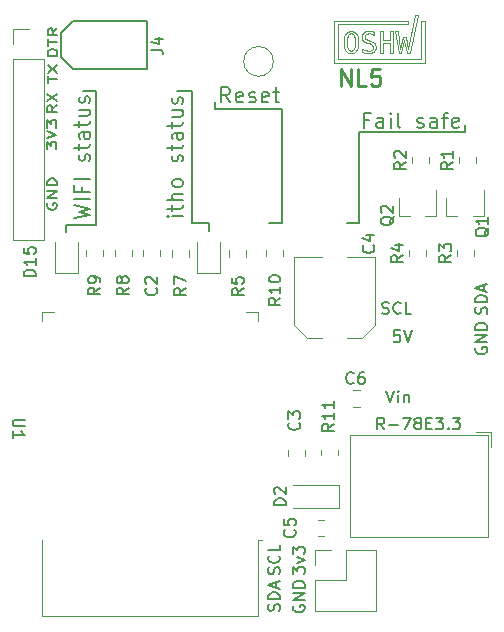
<source format=gto>
G04 #@! TF.GenerationSoftware,KiCad,Pcbnew,(5.1.9-0-10_14)*
G04 #@! TF.CreationDate,2022-01-17T21:12:23+01:00*
G04 #@! TF.ProjectId,ithowifi_4l,6974686f-7769-4666-995f-346c2e6b6963,rev?*
G04 #@! TF.SameCoordinates,Original*
G04 #@! TF.FileFunction,Legend,Top*
G04 #@! TF.FilePolarity,Positive*
%FSLAX46Y46*%
G04 Gerber Fmt 4.6, Leading zero omitted, Abs format (unit mm)*
G04 Created by KiCad (PCBNEW (5.1.9-0-10_14)) date 2022-01-17 21:12:23*
%MOMM*%
%LPD*%
G01*
G04 APERTURE LIST*
%ADD10C,0.125000*%
%ADD11C,0.219726*%
%ADD12C,0.200000*%
%ADD13C,0.150000*%
%ADD14C,0.120000*%
G04 APERTURE END LIST*
D10*
X116768896Y-106703121D02*
X116768896Y-106703121D01*
X117040946Y-108525770D02*
X116768896Y-106703121D01*
X117274296Y-108525770D02*
X117040946Y-108525770D01*
X117520896Y-107442870D02*
X117274296Y-108525770D01*
X117768496Y-108525770D02*
X117520896Y-107442870D01*
X118001795Y-108525770D02*
X117768496Y-108525770D01*
X118690546Y-105348970D02*
X118001795Y-108525770D01*
X118450196Y-105348970D02*
X118690546Y-105348970D01*
X117858846Y-108185070D02*
X118450196Y-105348970D01*
X117648846Y-107203620D02*
X117858846Y-108185070D01*
X117391446Y-107203620D02*
X117648846Y-107203620D01*
X117183946Y-108182620D02*
X117391446Y-107203620D01*
X117009246Y-106703121D02*
X117183946Y-108182620D01*
X116768896Y-106703121D02*
X117009246Y-106703121D01*
X115431795Y-106703121D02*
X115431795Y-106703121D01*
X115431795Y-108525770D02*
X115431795Y-106703121D01*
X115679746Y-108525770D02*
X115431795Y-108525770D01*
X115679746Y-107657720D02*
X115679746Y-108525770D01*
X116354646Y-107657720D02*
X115679746Y-107657720D01*
X116354646Y-108525770D02*
X116354646Y-107657720D01*
X116602596Y-108525770D02*
X116354646Y-108525770D01*
X116602596Y-106703121D02*
X116602596Y-108525770D01*
X116354646Y-106703121D02*
X116602596Y-106703121D01*
X116354646Y-107450220D02*
X116354646Y-106703121D01*
X115679746Y-107450220D02*
X116354646Y-107450220D01*
X115679746Y-106703121D02*
X115679746Y-107450220D01*
X115431795Y-106703121D02*
X115679746Y-106703121D01*
X114996431Y-106765820D02*
X114996431Y-106765520D01*
X114975001Y-106757670D02*
X114996431Y-106765820D01*
X114771546Y-106698820D02*
X114975001Y-106757670D01*
X114752281Y-106695020D02*
X114771546Y-106698820D01*
X114732756Y-106690921D02*
X114752281Y-106695020D01*
X114586541Y-106670570D02*
X114732756Y-106690921D01*
X114531476Y-106670570D02*
X114586541Y-106670570D01*
X114469896Y-106670570D02*
X114531476Y-106670570D01*
X114285976Y-106707220D02*
X114469896Y-106670570D01*
X114121861Y-106793470D02*
X114285976Y-106707220D01*
X114094466Y-106818170D02*
X114121861Y-106793470D01*
X114067066Y-106842570D02*
X114094466Y-106818170D01*
X113971580Y-106989070D02*
X114067066Y-106842570D01*
X113930885Y-107153720D02*
X113971580Y-106989070D01*
X113930885Y-107208770D02*
X113930885Y-107153720D01*
X113930885Y-107252470D02*
X113930885Y-107208770D01*
X113959376Y-107384020D02*
X113930885Y-107252470D01*
X114026376Y-107500670D02*
X113959376Y-107384020D01*
X114045636Y-107520220D02*
X114026376Y-107500670D01*
X114064626Y-107539470D02*
X114045636Y-107520220D01*
X114195101Y-107621370D02*
X114064626Y-107539470D01*
X114371971Y-107683770D02*
X114195101Y-107621370D01*
X114414291Y-107693270D02*
X114371971Y-107683770D01*
X114545851Y-107723920D02*
X114414291Y-107693270D01*
X114575151Y-107730420D02*
X114545851Y-107723920D01*
X114696136Y-107771121D02*
X114575151Y-107730420D01*
X114781851Y-107822670D02*
X114696136Y-107771121D01*
X114793791Y-107834870D02*
X114781851Y-107822670D01*
X114805726Y-107846820D02*
X114793791Y-107834870D01*
X114865681Y-107991370D02*
X114805726Y-107846820D01*
X114865681Y-108043720D02*
X114865681Y-107991370D01*
X114865681Y-108077120D02*
X114865681Y-108043720D01*
X114839636Y-108177220D02*
X114865681Y-108077120D01*
X114779146Y-108264020D02*
X114839636Y-108177220D01*
X114762056Y-108278120D02*
X114779146Y-108264020D01*
X114744691Y-108291970D02*
X114762056Y-108278120D01*
X114637541Y-108340220D02*
X114744691Y-108291970D01*
X114513026Y-108361120D02*
X114637541Y-108340220D01*
X114471526Y-108361120D02*
X114513026Y-108361120D01*
X114413471Y-108361120D02*
X114471526Y-108361120D01*
X114239591Y-108326420D02*
X114413471Y-108361120D01*
X114218706Y-108319620D02*
X114239591Y-108326420D01*
X114197816Y-108312571D02*
X114218706Y-108319620D01*
X113977275Y-108203771D02*
X114197816Y-108312571D01*
X113953951Y-108189120D02*
X113977275Y-108203771D01*
X113953951Y-108451470D02*
X113953951Y-108189120D01*
X113975651Y-108460420D02*
X113953951Y-108451470D01*
X114192116Y-108528770D02*
X113975651Y-108460420D01*
X114213816Y-108533370D02*
X114192116Y-108528770D01*
X114235251Y-108537970D02*
X114213816Y-108533370D01*
X114406966Y-108561320D02*
X114235251Y-108537970D01*
X114471526Y-108561320D02*
X114406966Y-108561320D01*
X114539066Y-108561320D02*
X114471526Y-108561320D01*
X114742521Y-108527121D02*
X114539066Y-108561320D01*
X114913421Y-108447370D02*
X114742521Y-108527121D01*
X114940276Y-108424620D02*
X114913421Y-108447370D01*
X114967131Y-108401820D02*
X114940276Y-108424620D01*
X115060991Y-108256970D02*
X114967131Y-108401820D01*
X115101411Y-108085220D02*
X115060991Y-108256970D01*
X115101411Y-108028020D02*
X115101411Y-108085220D01*
X115101411Y-107978371D02*
X115101411Y-108028020D01*
X115072111Y-107830270D02*
X115101411Y-107978371D01*
X115003751Y-107700070D02*
X115072111Y-107830270D01*
X114984221Y-107678870D02*
X115003751Y-107700070D01*
X114964686Y-107657470D02*
X114984221Y-107678870D01*
X114832041Y-107567670D02*
X114964686Y-107657470D01*
X114653276Y-107500670D02*
X114832041Y-107567670D01*
X114610686Y-107490920D02*
X114653276Y-107500670D01*
X114481291Y-107461620D02*
X114610686Y-107490920D01*
X114450911Y-107454270D02*
X114481291Y-107461620D01*
X114243385Y-107365870D02*
X114450911Y-107454270D01*
X114232271Y-107355270D02*
X114243385Y-107365870D01*
X114221146Y-107344670D02*
X114232271Y-107355270D01*
X114166346Y-107216920D02*
X114221146Y-107344670D01*
X114166346Y-107170820D02*
X114166346Y-107216920D01*
X114166346Y-107139870D02*
X114166346Y-107170820D01*
X114191576Y-107047120D02*
X114166346Y-107139870D01*
X114250716Y-106965720D02*
X114191576Y-107047120D01*
X114267806Y-106952421D02*
X114250716Y-106965720D01*
X114284626Y-106938620D02*
X114267806Y-106952421D01*
X114387431Y-106891120D02*
X114284626Y-106938620D01*
X114514386Y-106870520D02*
X114387431Y-106891120D01*
X114543681Y-106870520D02*
X114514386Y-106870520D01*
X114562671Y-106870520D02*
X114543681Y-106870520D01*
X114752011Y-106900920D02*
X114562671Y-106870520D01*
X114770736Y-106907120D02*
X114752011Y-106900920D01*
X114789451Y-106913120D02*
X114770736Y-106907120D01*
X114977706Y-107003720D02*
X114789451Y-106913120D01*
X114996431Y-107015920D02*
X114977706Y-107003720D01*
X114996431Y-106765520D02*
X114996431Y-107015920D01*
X113619201Y-107616221D02*
X113619201Y-107616221D01*
X113619201Y-107512070D02*
X113619201Y-107616221D01*
X113581225Y-107199570D02*
X113619201Y-107512070D01*
X113493061Y-106943470D02*
X113581225Y-107199570D01*
X113467841Y-106904420D02*
X113493061Y-106943470D01*
X113442611Y-106865370D02*
X113467841Y-106904420D01*
X113277951Y-106728620D02*
X113442611Y-106865370D01*
X113076125Y-106670020D02*
X113277951Y-106728620D01*
X113008851Y-106670020D02*
X113076125Y-106670020D01*
X112941576Y-106670020D02*
X113008851Y-106670020D01*
X112740296Y-106728620D02*
X112941576Y-106670020D01*
X112575096Y-106865370D02*
X112740296Y-106728620D01*
X112549866Y-106904420D02*
X112575096Y-106865370D01*
X112524636Y-106943470D02*
X112549866Y-106904420D01*
X112437021Y-107199570D02*
X112524636Y-106943470D01*
X112399581Y-107512070D02*
X112437021Y-107199570D01*
X112399581Y-107616221D02*
X112399581Y-107512070D01*
X112399581Y-107720370D02*
X112399581Y-107616221D01*
X112437021Y-108033170D02*
X112399581Y-107720370D01*
X112524636Y-108288671D02*
X112437021Y-108033170D01*
X112549866Y-108327770D02*
X112524636Y-108288671D01*
X112574826Y-108366570D02*
X112549866Y-108327770D01*
X112739486Y-108502470D02*
X112574826Y-108366570D01*
X112941306Y-108561070D02*
X112739486Y-108502470D01*
X113008851Y-108561070D02*
X112941306Y-108561070D01*
X113076125Y-108561070D02*
X113008851Y-108561070D01*
X113277951Y-108502470D02*
X113076125Y-108561070D01*
X113442611Y-108365720D02*
X113277951Y-108502470D01*
X113467841Y-108326670D02*
X113442611Y-108365720D01*
X113493061Y-108287620D02*
X113467841Y-108326670D01*
X113581225Y-108031820D02*
X113493061Y-108287620D01*
X113619201Y-107720120D02*
X113581225Y-108031820D01*
X113619201Y-107616221D02*
X113619201Y-107720120D01*
X113361501Y-107616221D02*
X113361501Y-107616221D01*
X113361501Y-107702220D02*
X113361501Y-107616221D01*
X113340611Y-107960470D02*
X113361501Y-107702220D01*
X113292326Y-108161220D02*
X113340611Y-107960470D01*
X113278491Y-108189970D02*
X113292326Y-108161220D01*
X113264656Y-108218420D02*
X113278491Y-108189970D01*
X113169986Y-108317970D02*
X113264656Y-108218420D01*
X113049001Y-108360871D02*
X113169986Y-108317970D01*
X113008851Y-108360871D02*
X113049001Y-108360871D01*
X112968431Y-108360871D02*
X113008851Y-108360871D01*
X112847721Y-108317720D02*
X112968431Y-108360871D01*
X112752775Y-108217070D02*
X112847721Y-108317720D01*
X112738941Y-108188620D02*
X112752775Y-108217070D01*
X112725101Y-108159870D02*
X112738941Y-108188620D01*
X112677631Y-107959370D02*
X112725101Y-108159870D01*
X112657291Y-107701971D02*
X112677631Y-107959370D01*
X112657291Y-107616221D02*
X112657291Y-107701971D01*
X112657291Y-107529970D02*
X112657291Y-107616221D01*
X112677631Y-107271970D02*
X112657291Y-107529970D01*
X112725101Y-107070970D02*
X112677631Y-107271970D01*
X112738941Y-107042470D02*
X112725101Y-107070970D01*
X112752775Y-107013720D02*
X112738941Y-107042470D01*
X112847721Y-106913120D02*
X112752775Y-107013720D01*
X111558386Y-105805820D02*
X111558386Y-109350710D01*
X119243946Y-105805820D02*
X118937946Y-105805820D01*
X119243946Y-109350710D02*
X119243946Y-105805820D01*
X112968431Y-106870221D02*
X112847721Y-106913120D01*
X113008851Y-106870221D02*
X112968431Y-106870221D01*
X113049001Y-106870221D02*
X113008851Y-106870221D01*
X113169986Y-106913120D02*
X113049001Y-106870221D01*
X113264656Y-107013720D02*
X113169986Y-106913120D01*
X113278491Y-107042470D02*
X113264656Y-107013720D01*
X111870886Y-106118320D02*
X117878096Y-106118320D01*
X111870886Y-109038210D02*
X111870886Y-106118320D01*
X111558386Y-109350710D02*
X119243946Y-109350710D01*
X118931446Y-109038210D02*
X111870886Y-109038210D01*
X118937946Y-105805820D02*
X118931446Y-109038210D01*
X117878096Y-105805820D02*
X111558386Y-105805820D01*
X117878096Y-106118320D02*
X117878096Y-105805820D01*
X113292326Y-107070970D02*
X113278491Y-107042470D01*
X113340611Y-107271970D02*
X113292326Y-107070970D01*
X113361501Y-107529970D02*
X113340611Y-107271970D01*
X113361501Y-107616221D02*
X113361501Y-107529970D01*
X111558386Y-105805820D02*
X111558386Y-105805820D01*
D11*
X112172655Y-111312333D02*
X112172655Y-109912333D01*
X112972655Y-111312333D01*
X112972655Y-109912333D01*
X114305988Y-111312333D02*
X113639321Y-111312333D01*
X113639321Y-109912333D01*
X115439321Y-109912333D02*
X114772655Y-109912333D01*
X114705988Y-110579000D01*
X114772655Y-110512333D01*
X114905988Y-110445666D01*
X115239321Y-110445666D01*
X115372655Y-110512333D01*
X115439321Y-110579000D01*
X115505988Y-110712333D01*
X115505988Y-111045666D01*
X115439321Y-111179000D01*
X115372655Y-111245666D01*
X115239321Y-111312333D01*
X114905988Y-111312333D01*
X114772655Y-111245666D01*
X114705988Y-111179000D01*
D12*
X107188000Y-122936000D02*
X107188000Y-113284000D01*
X101473000Y-113284000D02*
X107188000Y-113284000D01*
X101473000Y-113284000D02*
X101473000Y-112649000D01*
X106045000Y-122936000D02*
X107188000Y-122936000D01*
X113665000Y-115252500D02*
X122682000Y-115252500D01*
X122682000Y-115252500D02*
X122682000Y-114617500D01*
X113665000Y-122936000D02*
X113665000Y-115252500D01*
X113665000Y-122936000D02*
X112649000Y-122936000D01*
X100965000Y-123571000D02*
X100965000Y-122936000D01*
X99568000Y-122936000D02*
X100965000Y-122936000D01*
X99568000Y-111760000D02*
X98298000Y-111760000D01*
X99568000Y-111760000D02*
X99568000Y-122936000D01*
X91440000Y-111760000D02*
X91440000Y-123063000D01*
X90360500Y-111760000D02*
X91440000Y-111760000D01*
X88900000Y-123063000D02*
X91440000Y-123063000D01*
X88900000Y-123698000D02*
X88900000Y-123063000D01*
D13*
X86304380Y-127452285D02*
X85304380Y-127452285D01*
X85304380Y-127214190D01*
X85352000Y-127071333D01*
X85447238Y-126976095D01*
X85542476Y-126928476D01*
X85732952Y-126880857D01*
X85875809Y-126880857D01*
X86066285Y-126928476D01*
X86161523Y-126976095D01*
X86256761Y-127071333D01*
X86304380Y-127214190D01*
X86304380Y-127452285D01*
X86304380Y-125928476D02*
X86304380Y-126499904D01*
X86304380Y-126214190D02*
X85304380Y-126214190D01*
X85447238Y-126309428D01*
X85542476Y-126404666D01*
X85590095Y-126499904D01*
X85304380Y-125023714D02*
X85304380Y-125499904D01*
X85780571Y-125547523D01*
X85732952Y-125499904D01*
X85685333Y-125404666D01*
X85685333Y-125166571D01*
X85732952Y-125071333D01*
X85780571Y-125023714D01*
X85875809Y-124976095D01*
X86113904Y-124976095D01*
X86209142Y-125023714D01*
X86256761Y-125071333D01*
X86304380Y-125166571D01*
X86304380Y-125404666D01*
X86256761Y-125499904D01*
X86209142Y-125547523D01*
X117141523Y-132020380D02*
X116665333Y-132020380D01*
X116617714Y-132496571D01*
X116665333Y-132448952D01*
X116760571Y-132401333D01*
X116998666Y-132401333D01*
X117093904Y-132448952D01*
X117141523Y-132496571D01*
X117189142Y-132591809D01*
X117189142Y-132829904D01*
X117141523Y-132925142D01*
X117093904Y-132972761D01*
X116998666Y-133020380D01*
X116760571Y-133020380D01*
X116665333Y-132972761D01*
X116617714Y-132925142D01*
X117474857Y-132020380D02*
X117808190Y-133020380D01*
X118141523Y-132020380D01*
X108084380Y-152658476D02*
X108084380Y-152039428D01*
X108465333Y-152372761D01*
X108465333Y-152229904D01*
X108512952Y-152134666D01*
X108560571Y-152087047D01*
X108655809Y-152039428D01*
X108893904Y-152039428D01*
X108989142Y-152087047D01*
X109036761Y-152134666D01*
X109084380Y-152229904D01*
X109084380Y-152515619D01*
X109036761Y-152610857D01*
X108989142Y-152658476D01*
X108417714Y-151706095D02*
X109084380Y-151468000D01*
X108417714Y-151229904D01*
X108084380Y-150944190D02*
X108084380Y-150325142D01*
X108465333Y-150658476D01*
X108465333Y-150515619D01*
X108512952Y-150420380D01*
X108560571Y-150372761D01*
X108655809Y-150325142D01*
X108893904Y-150325142D01*
X108989142Y-150372761D01*
X109036761Y-150420380D01*
X109084380Y-150515619D01*
X109084380Y-150801333D01*
X109036761Y-150896571D01*
X108989142Y-150944190D01*
X108132000Y-155329904D02*
X108084380Y-155425142D01*
X108084380Y-155568000D01*
X108132000Y-155710857D01*
X108227238Y-155806095D01*
X108322476Y-155853714D01*
X108512952Y-155901333D01*
X108655809Y-155901333D01*
X108846285Y-155853714D01*
X108941523Y-155806095D01*
X109036761Y-155710857D01*
X109084380Y-155568000D01*
X109084380Y-155472761D01*
X109036761Y-155329904D01*
X108989142Y-155282285D01*
X108655809Y-155282285D01*
X108655809Y-155472761D01*
X109084380Y-154853714D02*
X108084380Y-154853714D01*
X109084380Y-154282285D01*
X108084380Y-154282285D01*
X109084380Y-153806095D02*
X108084380Y-153806095D01*
X108084380Y-153568000D01*
X108132000Y-153425142D01*
X108227238Y-153329904D01*
X108322476Y-153282285D01*
X108512952Y-153234666D01*
X108655809Y-153234666D01*
X108846285Y-153282285D01*
X108941523Y-153329904D01*
X109036761Y-153425142D01*
X109084380Y-153568000D01*
X109084380Y-153806095D01*
X106936761Y-155782285D02*
X106984380Y-155639428D01*
X106984380Y-155401333D01*
X106936761Y-155306095D01*
X106889142Y-155258476D01*
X106793904Y-155210857D01*
X106698666Y-155210857D01*
X106603428Y-155258476D01*
X106555809Y-155306095D01*
X106508190Y-155401333D01*
X106460571Y-155591809D01*
X106412952Y-155687047D01*
X106365333Y-155734666D01*
X106270095Y-155782285D01*
X106174857Y-155782285D01*
X106079619Y-155734666D01*
X106032000Y-155687047D01*
X105984380Y-155591809D01*
X105984380Y-155353714D01*
X106032000Y-155210857D01*
X106984380Y-154782285D02*
X105984380Y-154782285D01*
X105984380Y-154544190D01*
X106032000Y-154401333D01*
X106127238Y-154306095D01*
X106222476Y-154258476D01*
X106412952Y-154210857D01*
X106555809Y-154210857D01*
X106746285Y-154258476D01*
X106841523Y-154306095D01*
X106936761Y-154401333D01*
X106984380Y-154544190D01*
X106984380Y-154782285D01*
X106698666Y-153829904D02*
X106698666Y-153353714D01*
X106984380Y-153925142D02*
X105984380Y-153591809D01*
X106984380Y-153258476D01*
X106936761Y-152658476D02*
X106984380Y-152515619D01*
X106984380Y-152277523D01*
X106936761Y-152182285D01*
X106889142Y-152134666D01*
X106793904Y-152087047D01*
X106698666Y-152087047D01*
X106603428Y-152134666D01*
X106555809Y-152182285D01*
X106508190Y-152277523D01*
X106460571Y-152468000D01*
X106412952Y-152563238D01*
X106365333Y-152610857D01*
X106270095Y-152658476D01*
X106174857Y-152658476D01*
X106079619Y-152610857D01*
X106032000Y-152563238D01*
X105984380Y-152468000D01*
X105984380Y-152229904D01*
X106032000Y-152087047D01*
X106889142Y-151087047D02*
X106936761Y-151134666D01*
X106984380Y-151277523D01*
X106984380Y-151372761D01*
X106936761Y-151515619D01*
X106841523Y-151610857D01*
X106746285Y-151658476D01*
X106555809Y-151706095D01*
X106412952Y-151706095D01*
X106222476Y-151658476D01*
X106127238Y-151610857D01*
X106032000Y-151515619D01*
X105984380Y-151372761D01*
X105984380Y-151277523D01*
X106032000Y-151134666D01*
X106079619Y-151087047D01*
X106984380Y-150182285D02*
X106984380Y-150658476D01*
X105984380Y-150658476D01*
X87331600Y-121259504D02*
X87293504Y-121354742D01*
X87293504Y-121497600D01*
X87331600Y-121640457D01*
X87407790Y-121735695D01*
X87483980Y-121783314D01*
X87636361Y-121830933D01*
X87750647Y-121830933D01*
X87903028Y-121783314D01*
X87979219Y-121735695D01*
X88055409Y-121640457D01*
X88093504Y-121497600D01*
X88093504Y-121402361D01*
X88055409Y-121259504D01*
X88017314Y-121211885D01*
X87750647Y-121211885D01*
X87750647Y-121402361D01*
X88093504Y-120783314D02*
X87293504Y-120783314D01*
X88093504Y-120211885D01*
X87293504Y-120211885D01*
X88093504Y-119735695D02*
X87293504Y-119735695D01*
X87293504Y-119497600D01*
X87331600Y-119354742D01*
X87407790Y-119259504D01*
X87483980Y-119211885D01*
X87636361Y-119164266D01*
X87750647Y-119164266D01*
X87903028Y-119211885D01*
X87979219Y-119259504D01*
X88055409Y-119354742D01*
X88093504Y-119497600D01*
X88093504Y-119735695D01*
X87268104Y-116681095D02*
X87268104Y-116062047D01*
X87572866Y-116395380D01*
X87572866Y-116252523D01*
X87610961Y-116157285D01*
X87649057Y-116109666D01*
X87725247Y-116062047D01*
X87915723Y-116062047D01*
X87991914Y-116109666D01*
X88030009Y-116157285D01*
X88068104Y-116252523D01*
X88068104Y-116538238D01*
X88030009Y-116633476D01*
X87991914Y-116681095D01*
X87268104Y-115776333D02*
X88068104Y-115443000D01*
X87268104Y-115109666D01*
X87268104Y-114871571D02*
X87268104Y-114252523D01*
X87572866Y-114585857D01*
X87572866Y-114443000D01*
X87610961Y-114347761D01*
X87649057Y-114300142D01*
X87725247Y-114252523D01*
X87915723Y-114252523D01*
X87991914Y-114300142D01*
X88030009Y-114347761D01*
X88068104Y-114443000D01*
X88068104Y-114728714D01*
X88030009Y-114823952D01*
X87991914Y-114871571D01*
X88093504Y-112968066D02*
X87712552Y-113301400D01*
X88093504Y-113539495D02*
X87293504Y-113539495D01*
X87293504Y-113158542D01*
X87331600Y-113063304D01*
X87369695Y-113015685D01*
X87445885Y-112968066D01*
X87560171Y-112968066D01*
X87636361Y-113015685D01*
X87674457Y-113063304D01*
X87712552Y-113158542D01*
X87712552Y-113539495D01*
X87293504Y-112634733D02*
X88093504Y-111968066D01*
X87293504Y-111968066D02*
X88093504Y-112634733D01*
X87318904Y-111048704D02*
X87318904Y-110477276D01*
X88118904Y-110762990D02*
X87318904Y-110762990D01*
X87318904Y-110239180D02*
X88118904Y-109572514D01*
X87318904Y-109572514D02*
X88118904Y-110239180D01*
X88144304Y-108788057D02*
X87344304Y-108788057D01*
X87344304Y-108549961D01*
X87382400Y-108407104D01*
X87458590Y-108311866D01*
X87534780Y-108264247D01*
X87687161Y-108216628D01*
X87801447Y-108216628D01*
X87953828Y-108264247D01*
X88030019Y-108311866D01*
X88106209Y-108407104D01*
X88144304Y-108549961D01*
X88144304Y-108788057D01*
X87344304Y-107930914D02*
X87344304Y-107359485D01*
X88144304Y-107645200D02*
X87344304Y-107645200D01*
X88144304Y-106454723D02*
X87763352Y-106788057D01*
X88144304Y-107026152D02*
X87344304Y-107026152D01*
X87344304Y-106645200D01*
X87382400Y-106549961D01*
X87420495Y-106502342D01*
X87496685Y-106454723D01*
X87610971Y-106454723D01*
X87687161Y-106502342D01*
X87725257Y-106549961D01*
X87763352Y-106645200D01*
X87763352Y-107026152D01*
X116008190Y-137120380D02*
X116341523Y-138120380D01*
X116674857Y-137120380D01*
X117008190Y-138120380D02*
X117008190Y-137453714D01*
X117008190Y-137120380D02*
X116960571Y-137168000D01*
X117008190Y-137215619D01*
X117055809Y-137168000D01*
X117008190Y-137120380D01*
X117008190Y-137215619D01*
X117484380Y-137453714D02*
X117484380Y-138120380D01*
X117484380Y-137548952D02*
X117532000Y-137501333D01*
X117627238Y-137453714D01*
X117770095Y-137453714D01*
X117865333Y-137501333D01*
X117912952Y-137596571D01*
X117912952Y-138120380D01*
X123579000Y-133476904D02*
X123531380Y-133572142D01*
X123531380Y-133715000D01*
X123579000Y-133857857D01*
X123674238Y-133953095D01*
X123769476Y-134000714D01*
X123959952Y-134048333D01*
X124102809Y-134048333D01*
X124293285Y-134000714D01*
X124388523Y-133953095D01*
X124483761Y-133857857D01*
X124531380Y-133715000D01*
X124531380Y-133619761D01*
X124483761Y-133476904D01*
X124436142Y-133429285D01*
X124102809Y-133429285D01*
X124102809Y-133619761D01*
X124531380Y-133000714D02*
X123531380Y-133000714D01*
X124531380Y-132429285D01*
X123531380Y-132429285D01*
X124531380Y-131953095D02*
X123531380Y-131953095D01*
X123531380Y-131715000D01*
X123579000Y-131572142D01*
X123674238Y-131476904D01*
X123769476Y-131429285D01*
X123959952Y-131381666D01*
X124102809Y-131381666D01*
X124293285Y-131429285D01*
X124388523Y-131476904D01*
X124483761Y-131572142D01*
X124531380Y-131715000D01*
X124531380Y-131953095D01*
X115649523Y-130579761D02*
X115792380Y-130627380D01*
X116030476Y-130627380D01*
X116125714Y-130579761D01*
X116173333Y-130532142D01*
X116220952Y-130436904D01*
X116220952Y-130341666D01*
X116173333Y-130246428D01*
X116125714Y-130198809D01*
X116030476Y-130151190D01*
X115840000Y-130103571D01*
X115744761Y-130055952D01*
X115697142Y-130008333D01*
X115649523Y-129913095D01*
X115649523Y-129817857D01*
X115697142Y-129722619D01*
X115744761Y-129675000D01*
X115840000Y-129627380D01*
X116078095Y-129627380D01*
X116220952Y-129675000D01*
X117220952Y-130532142D02*
X117173333Y-130579761D01*
X117030476Y-130627380D01*
X116935238Y-130627380D01*
X116792380Y-130579761D01*
X116697142Y-130484523D01*
X116649523Y-130389285D01*
X116601904Y-130198809D01*
X116601904Y-130055952D01*
X116649523Y-129865476D01*
X116697142Y-129770238D01*
X116792380Y-129675000D01*
X116935238Y-129627380D01*
X117030476Y-129627380D01*
X117173333Y-129675000D01*
X117220952Y-129722619D01*
X118125714Y-130627380D02*
X117649523Y-130627380D01*
X117649523Y-129627380D01*
X124483761Y-130627285D02*
X124531380Y-130484428D01*
X124531380Y-130246333D01*
X124483761Y-130151095D01*
X124436142Y-130103476D01*
X124340904Y-130055857D01*
X124245666Y-130055857D01*
X124150428Y-130103476D01*
X124102809Y-130151095D01*
X124055190Y-130246333D01*
X124007571Y-130436809D01*
X123959952Y-130532047D01*
X123912333Y-130579666D01*
X123817095Y-130627285D01*
X123721857Y-130627285D01*
X123626619Y-130579666D01*
X123579000Y-130532047D01*
X123531380Y-130436809D01*
X123531380Y-130198714D01*
X123579000Y-130055857D01*
X124531380Y-129627285D02*
X123531380Y-129627285D01*
X123531380Y-129389190D01*
X123579000Y-129246333D01*
X123674238Y-129151095D01*
X123769476Y-129103476D01*
X123959952Y-129055857D01*
X124102809Y-129055857D01*
X124293285Y-129103476D01*
X124388523Y-129151095D01*
X124483761Y-129246333D01*
X124531380Y-129389190D01*
X124531380Y-129627285D01*
X124245666Y-128674904D02*
X124245666Y-128198714D01*
X124531380Y-128770142D02*
X123531380Y-128436809D01*
X124531380Y-128103476D01*
D14*
X106433180Y-109251460D02*
G75*
G03*
X106433180Y-109251460I-1251000J0D01*
G01*
X111906500Y-142604564D02*
X111906500Y-142150436D01*
X110436500Y-142604564D02*
X110436500Y-142150436D01*
X112025500Y-147084000D02*
X108125500Y-147084000D01*
X112025500Y-145084000D02*
X108125500Y-145084000D01*
X112025500Y-147084000D02*
X112025500Y-145084000D01*
X109112500Y-142662252D02*
X109112500Y-142139748D01*
X107642500Y-142662252D02*
X107642500Y-142139748D01*
X113743252Y-137033000D02*
X113220748Y-137033000D01*
X113743252Y-138503000D02*
X113220748Y-138503000D01*
X113977563Y-132640500D02*
X115042000Y-131576063D01*
X109286437Y-132640500D02*
X108222000Y-131576063D01*
X109286437Y-132640500D02*
X110572000Y-132640500D01*
X113977563Y-132640500D02*
X112692000Y-132640500D01*
X115042000Y-131576063D02*
X115042000Y-125820500D01*
X108222000Y-131576063D02*
X108222000Y-125820500D01*
X108222000Y-125820500D02*
X110572000Y-125820500D01*
X115042000Y-125820500D02*
X112692000Y-125820500D01*
X109962000Y-150598000D02*
X111292000Y-150598000D01*
X109962000Y-151928000D02*
X109962000Y-150598000D01*
X112562000Y-150598000D02*
X115162000Y-150598000D01*
X112562000Y-153198000D02*
X112562000Y-150598000D01*
X109962000Y-153198000D02*
X112562000Y-153198000D01*
X115162000Y-150598000D02*
X115162000Y-155798000D01*
X109962000Y-153198000D02*
X109962000Y-155798000D01*
X109962000Y-155798000D02*
X115162000Y-155798000D01*
D13*
X95719000Y-109933400D02*
X95719000Y-105869400D01*
X95719000Y-105869400D02*
X89496000Y-105869400D01*
X89496000Y-105869400D02*
X88480000Y-106885400D01*
X88480000Y-106885400D02*
X88480000Y-108917400D01*
X88480000Y-108917400D02*
X89496000Y-109933400D01*
X89496000Y-109933400D02*
X95719000Y-109933400D01*
D14*
X105097600Y-149805400D02*
X105477600Y-149805400D01*
X105097600Y-156225400D02*
X105097600Y-149805400D01*
X86857600Y-156225400D02*
X86857600Y-149805400D01*
X105097600Y-156225400D02*
X86857600Y-156225400D01*
X86857600Y-130480400D02*
X87857600Y-130480400D01*
X86857600Y-131260400D02*
X86857600Y-130480400D01*
X105097600Y-130480400D02*
X104097600Y-130480400D01*
X105097600Y-131260400D02*
X105097600Y-130480400D01*
X105826000Y-125251422D02*
X105826000Y-125768578D01*
X107246000Y-125251422D02*
X107246000Y-125768578D01*
X89860000Y-127186400D02*
X89860000Y-124501400D01*
X87940000Y-127186400D02*
X89860000Y-127186400D01*
X87940000Y-124501400D02*
X87940000Y-127186400D01*
X90603000Y-125242822D02*
X90603000Y-125759978D01*
X92023000Y-125242822D02*
X92023000Y-125759978D01*
X94436000Y-125759978D02*
X94436000Y-125242822D01*
X93016000Y-125759978D02*
X93016000Y-125242822D01*
X99262000Y-125774078D02*
X99262000Y-125256922D01*
X97842000Y-125774078D02*
X97842000Y-125256922D01*
X84395000Y-106467600D02*
X85725000Y-106467600D01*
X84395000Y-107797600D02*
X84395000Y-106467600D01*
X84395000Y-109067600D02*
X87055000Y-109067600D01*
X87055000Y-109067600D02*
X87055000Y-124367600D01*
X84395000Y-109067600D02*
X84395000Y-124367600D01*
X84395000Y-124367600D02*
X87055000Y-124367600D01*
X110178322Y-149461000D02*
X110695478Y-149461000D01*
X110178322Y-148041000D02*
X110695478Y-148041000D01*
X96849000Y-125759978D02*
X96849000Y-125242822D01*
X95429000Y-125759978D02*
X95429000Y-125242822D01*
X101925000Y-127200500D02*
X101925000Y-124515500D01*
X100005000Y-127200500D02*
X101925000Y-127200500D01*
X100005000Y-124515500D02*
X100005000Y-127200500D01*
X104088000Y-125774078D02*
X104088000Y-125256922D01*
X102668000Y-125774078D02*
X102668000Y-125256922D01*
X117908000Y-125202422D02*
X117908000Y-125719578D01*
X119328000Y-125202422D02*
X119328000Y-125719578D01*
X121972000Y-125202422D02*
X121972000Y-125719578D01*
X123392000Y-125202422D02*
X123392000Y-125719578D01*
X118162000Y-117365822D02*
X118162000Y-117882978D01*
X119582000Y-117365822D02*
X119582000Y-117882978D01*
X123569800Y-117882978D02*
X123569800Y-117365822D01*
X122149800Y-117882978D02*
X122149800Y-117365822D01*
X117078600Y-122299000D02*
X117078600Y-120839000D01*
X120238600Y-122299000D02*
X120238600Y-120139000D01*
X120238600Y-122299000D02*
X119308600Y-122299000D01*
X117078600Y-122299000D02*
X118008600Y-122299000D01*
X121076600Y-122299000D02*
X121076600Y-120839000D01*
X124236600Y-122299000D02*
X124236600Y-120139000D01*
X124236600Y-122299000D02*
X123306600Y-122299000D01*
X121076600Y-122299000D02*
X122006600Y-122299000D01*
X124870600Y-140651200D02*
X123630600Y-140651200D01*
X124870600Y-141891200D02*
X124870600Y-140651200D01*
X112909600Y-149511200D02*
X112909600Y-140891200D01*
X124630600Y-149511200D02*
X124630600Y-140891200D01*
X124630600Y-140891200D02*
X112909600Y-140891200D01*
X124630600Y-149511200D02*
X112909600Y-149511200D01*
D13*
X102784476Y-112729095D02*
X102351142Y-112110047D01*
X102041619Y-112729095D02*
X102041619Y-111429095D01*
X102536857Y-111429095D01*
X102660666Y-111491000D01*
X102722571Y-111552904D01*
X102784476Y-111676714D01*
X102784476Y-111862428D01*
X102722571Y-111986238D01*
X102660666Y-112048142D01*
X102536857Y-112110047D01*
X102041619Y-112110047D01*
X103836857Y-112667190D02*
X103713047Y-112729095D01*
X103465428Y-112729095D01*
X103341619Y-112667190D01*
X103279714Y-112543380D01*
X103279714Y-112048142D01*
X103341619Y-111924333D01*
X103465428Y-111862428D01*
X103713047Y-111862428D01*
X103836857Y-111924333D01*
X103898761Y-112048142D01*
X103898761Y-112171952D01*
X103279714Y-112295761D01*
X104394000Y-112667190D02*
X104517809Y-112729095D01*
X104765428Y-112729095D01*
X104889238Y-112667190D01*
X104951142Y-112543380D01*
X104951142Y-112481476D01*
X104889238Y-112357666D01*
X104765428Y-112295761D01*
X104579714Y-112295761D01*
X104455904Y-112233857D01*
X104394000Y-112110047D01*
X104394000Y-112048142D01*
X104455904Y-111924333D01*
X104579714Y-111862428D01*
X104765428Y-111862428D01*
X104889238Y-111924333D01*
X106003523Y-112667190D02*
X105879714Y-112729095D01*
X105632095Y-112729095D01*
X105508285Y-112667190D01*
X105446380Y-112543380D01*
X105446380Y-112048142D01*
X105508285Y-111924333D01*
X105632095Y-111862428D01*
X105879714Y-111862428D01*
X106003523Y-111924333D01*
X106065428Y-112048142D01*
X106065428Y-112171952D01*
X105446380Y-112295761D01*
X106436857Y-111862428D02*
X106932095Y-111862428D01*
X106622571Y-111429095D02*
X106622571Y-112543380D01*
X106684476Y-112667190D01*
X106808285Y-112729095D01*
X106932095Y-112729095D01*
X114519523Y-114207142D02*
X114086190Y-114207142D01*
X114086190Y-114888095D02*
X114086190Y-113588095D01*
X114705238Y-113588095D01*
X115757619Y-114888095D02*
X115757619Y-114207142D01*
X115695714Y-114083333D01*
X115571904Y-114021428D01*
X115324285Y-114021428D01*
X115200476Y-114083333D01*
X115757619Y-114826190D02*
X115633809Y-114888095D01*
X115324285Y-114888095D01*
X115200476Y-114826190D01*
X115138571Y-114702380D01*
X115138571Y-114578571D01*
X115200476Y-114454761D01*
X115324285Y-114392857D01*
X115633809Y-114392857D01*
X115757619Y-114330952D01*
X116376666Y-114888095D02*
X116376666Y-114021428D01*
X116376666Y-113588095D02*
X116314761Y-113650000D01*
X116376666Y-113711904D01*
X116438571Y-113650000D01*
X116376666Y-113588095D01*
X116376666Y-113711904D01*
X117181428Y-114888095D02*
X117057619Y-114826190D01*
X116995714Y-114702380D01*
X116995714Y-113588095D01*
X118605238Y-114826190D02*
X118729047Y-114888095D01*
X118976666Y-114888095D01*
X119100476Y-114826190D01*
X119162380Y-114702380D01*
X119162380Y-114640476D01*
X119100476Y-114516666D01*
X118976666Y-114454761D01*
X118790952Y-114454761D01*
X118667142Y-114392857D01*
X118605238Y-114269047D01*
X118605238Y-114207142D01*
X118667142Y-114083333D01*
X118790952Y-114021428D01*
X118976666Y-114021428D01*
X119100476Y-114083333D01*
X120276666Y-114888095D02*
X120276666Y-114207142D01*
X120214761Y-114083333D01*
X120090952Y-114021428D01*
X119843333Y-114021428D01*
X119719523Y-114083333D01*
X120276666Y-114826190D02*
X120152857Y-114888095D01*
X119843333Y-114888095D01*
X119719523Y-114826190D01*
X119657619Y-114702380D01*
X119657619Y-114578571D01*
X119719523Y-114454761D01*
X119843333Y-114392857D01*
X120152857Y-114392857D01*
X120276666Y-114330952D01*
X120710000Y-114021428D02*
X121205238Y-114021428D01*
X120895714Y-114888095D02*
X120895714Y-113773809D01*
X120957619Y-113650000D01*
X121081428Y-113588095D01*
X121205238Y-113588095D01*
X122133809Y-114826190D02*
X122010000Y-114888095D01*
X121762380Y-114888095D01*
X121638571Y-114826190D01*
X121576666Y-114702380D01*
X121576666Y-114207142D01*
X121638571Y-114083333D01*
X121762380Y-114021428D01*
X122010000Y-114021428D01*
X122133809Y-114083333D01*
X122195714Y-114207142D01*
X122195714Y-114330952D01*
X121576666Y-114454761D01*
X111560380Y-139932357D02*
X111084190Y-140265690D01*
X111560380Y-140503785D02*
X110560380Y-140503785D01*
X110560380Y-140122833D01*
X110608000Y-140027595D01*
X110655619Y-139979976D01*
X110750857Y-139932357D01*
X110893714Y-139932357D01*
X110988952Y-139979976D01*
X111036571Y-140027595D01*
X111084190Y-140122833D01*
X111084190Y-140503785D01*
X111560380Y-138979976D02*
X111560380Y-139551404D01*
X111560380Y-139265690D02*
X110560380Y-139265690D01*
X110703238Y-139360928D01*
X110798476Y-139456166D01*
X110846095Y-139551404D01*
X111560380Y-138027595D02*
X111560380Y-138599023D01*
X111560380Y-138313309D02*
X110560380Y-138313309D01*
X110703238Y-138408547D01*
X110798476Y-138503785D01*
X110846095Y-138599023D01*
X107496380Y-146822095D02*
X106496380Y-146822095D01*
X106496380Y-146584000D01*
X106544000Y-146441142D01*
X106639238Y-146345904D01*
X106734476Y-146298285D01*
X106924952Y-146250666D01*
X107067809Y-146250666D01*
X107258285Y-146298285D01*
X107353523Y-146345904D01*
X107448761Y-146441142D01*
X107496380Y-146584000D01*
X107496380Y-146822095D01*
X106591619Y-145869714D02*
X106544000Y-145822095D01*
X106496380Y-145726857D01*
X106496380Y-145488761D01*
X106544000Y-145393523D01*
X106591619Y-145345904D01*
X106686857Y-145298285D01*
X106782095Y-145298285D01*
X106924952Y-145345904D01*
X107496380Y-145917333D01*
X107496380Y-145298285D01*
X108607642Y-139837166D02*
X108655261Y-139884785D01*
X108702880Y-140027642D01*
X108702880Y-140122880D01*
X108655261Y-140265738D01*
X108560023Y-140360976D01*
X108464785Y-140408595D01*
X108274309Y-140456214D01*
X108131452Y-140456214D01*
X107940976Y-140408595D01*
X107845738Y-140360976D01*
X107750500Y-140265738D01*
X107702880Y-140122880D01*
X107702880Y-140027642D01*
X107750500Y-139884785D01*
X107798119Y-139837166D01*
X107702880Y-139503833D02*
X107702880Y-138884785D01*
X108083833Y-139218119D01*
X108083833Y-139075261D01*
X108131452Y-138980023D01*
X108179071Y-138932404D01*
X108274309Y-138884785D01*
X108512404Y-138884785D01*
X108607642Y-138932404D01*
X108655261Y-138980023D01*
X108702880Y-139075261D01*
X108702880Y-139360976D01*
X108655261Y-139456214D01*
X108607642Y-139503833D01*
X113227333Y-136471642D02*
X113179714Y-136519261D01*
X113036857Y-136566880D01*
X112941619Y-136566880D01*
X112798761Y-136519261D01*
X112703523Y-136424023D01*
X112655904Y-136328785D01*
X112608285Y-136138309D01*
X112608285Y-135995452D01*
X112655904Y-135804976D01*
X112703523Y-135709738D01*
X112798761Y-135614500D01*
X112941619Y-135566880D01*
X113036857Y-135566880D01*
X113179714Y-135614500D01*
X113227333Y-135662119D01*
X114084476Y-135566880D02*
X113894000Y-135566880D01*
X113798761Y-135614500D01*
X113751142Y-135662119D01*
X113655904Y-135804976D01*
X113608285Y-135995452D01*
X113608285Y-136376404D01*
X113655904Y-136471642D01*
X113703523Y-136519261D01*
X113798761Y-136566880D01*
X113989238Y-136566880D01*
X114084476Y-136519261D01*
X114132095Y-136471642D01*
X114179714Y-136376404D01*
X114179714Y-136138309D01*
X114132095Y-136043071D01*
X114084476Y-135995452D01*
X113989238Y-135947833D01*
X113798761Y-135947833D01*
X113703523Y-135995452D01*
X113655904Y-136043071D01*
X113608285Y-136138309D01*
X114889142Y-124834666D02*
X114936761Y-124882285D01*
X114984380Y-125025142D01*
X114984380Y-125120380D01*
X114936761Y-125263238D01*
X114841523Y-125358476D01*
X114746285Y-125406095D01*
X114555809Y-125453714D01*
X114412952Y-125453714D01*
X114222476Y-125406095D01*
X114127238Y-125358476D01*
X114032000Y-125263238D01*
X113984380Y-125120380D01*
X113984380Y-125025142D01*
X114032000Y-124882285D01*
X114079619Y-124834666D01*
X114317714Y-123977523D02*
X114984380Y-123977523D01*
X113936761Y-124215619D02*
X114651047Y-124453714D01*
X114651047Y-123834666D01*
X96084380Y-108247433D02*
X96798666Y-108247433D01*
X96941523Y-108295052D01*
X97036761Y-108390290D01*
X97084380Y-108533147D01*
X97084380Y-108628385D01*
X96417714Y-107342671D02*
X97084380Y-107342671D01*
X96036761Y-107580766D02*
X96751047Y-107818861D01*
X96751047Y-107199814D01*
X85383619Y-139573095D02*
X84574095Y-139573095D01*
X84478857Y-139620714D01*
X84431238Y-139668333D01*
X84383619Y-139763571D01*
X84383619Y-139954047D01*
X84431238Y-140049285D01*
X84478857Y-140096904D01*
X84574095Y-140144523D01*
X85383619Y-140144523D01*
X84383619Y-141144523D02*
X84383619Y-140573095D01*
X84383619Y-140858809D02*
X85383619Y-140858809D01*
X85240761Y-140763571D01*
X85145523Y-140668333D01*
X85097904Y-140573095D01*
X107039180Y-129277057D02*
X106562990Y-129610390D01*
X107039180Y-129848485D02*
X106039180Y-129848485D01*
X106039180Y-129467533D01*
X106086800Y-129372295D01*
X106134419Y-129324676D01*
X106229657Y-129277057D01*
X106372514Y-129277057D01*
X106467752Y-129324676D01*
X106515371Y-129372295D01*
X106562990Y-129467533D01*
X106562990Y-129848485D01*
X107039180Y-128324676D02*
X107039180Y-128896104D01*
X107039180Y-128610390D02*
X106039180Y-128610390D01*
X106182038Y-128705628D01*
X106277276Y-128800866D01*
X106324895Y-128896104D01*
X106039180Y-127705628D02*
X106039180Y-127610390D01*
X106086800Y-127515152D01*
X106134419Y-127467533D01*
X106229657Y-127419914D01*
X106420133Y-127372295D01*
X106658228Y-127372295D01*
X106848704Y-127419914D01*
X106943942Y-127467533D01*
X106991561Y-127515152D01*
X107039180Y-127610390D01*
X107039180Y-127705628D01*
X106991561Y-127800866D01*
X106943942Y-127848485D01*
X106848704Y-127896104D01*
X106658228Y-127943723D01*
X106420133Y-127943723D01*
X106229657Y-127896104D01*
X106134419Y-127848485D01*
X106086800Y-127800866D01*
X106039180Y-127705628D01*
X89585095Y-122548000D02*
X90885095Y-122238476D01*
X89956523Y-121990857D01*
X90885095Y-121743238D01*
X89585095Y-121433714D01*
X90885095Y-120938476D02*
X89585095Y-120938476D01*
X90204142Y-119886095D02*
X90204142Y-120319428D01*
X90885095Y-120319428D02*
X89585095Y-120319428D01*
X89585095Y-119700380D01*
X90885095Y-119205142D02*
X89585095Y-119205142D01*
X90823190Y-117657523D02*
X90885095Y-117533714D01*
X90885095Y-117286095D01*
X90823190Y-117162285D01*
X90699380Y-117100380D01*
X90637476Y-117100380D01*
X90513666Y-117162285D01*
X90451761Y-117286095D01*
X90451761Y-117471809D01*
X90389857Y-117595619D01*
X90266047Y-117657523D01*
X90204142Y-117657523D01*
X90080333Y-117595619D01*
X90018428Y-117471809D01*
X90018428Y-117286095D01*
X90080333Y-117162285D01*
X90018428Y-116728952D02*
X90018428Y-116233714D01*
X89585095Y-116543238D02*
X90699380Y-116543238D01*
X90823190Y-116481333D01*
X90885095Y-116357523D01*
X90885095Y-116233714D01*
X90885095Y-115243238D02*
X90204142Y-115243238D01*
X90080333Y-115305142D01*
X90018428Y-115428952D01*
X90018428Y-115676571D01*
X90080333Y-115800380D01*
X90823190Y-115243238D02*
X90885095Y-115367047D01*
X90885095Y-115676571D01*
X90823190Y-115800380D01*
X90699380Y-115862285D01*
X90575571Y-115862285D01*
X90451761Y-115800380D01*
X90389857Y-115676571D01*
X90389857Y-115367047D01*
X90327952Y-115243238D01*
X90018428Y-114809904D02*
X90018428Y-114314666D01*
X89585095Y-114624190D02*
X90699380Y-114624190D01*
X90823190Y-114562285D01*
X90885095Y-114438476D01*
X90885095Y-114314666D01*
X90018428Y-113324190D02*
X90885095Y-113324190D01*
X90018428Y-113881333D02*
X90699380Y-113881333D01*
X90823190Y-113819428D01*
X90885095Y-113695619D01*
X90885095Y-113509904D01*
X90823190Y-113386095D01*
X90761285Y-113324190D01*
X90823190Y-112767047D02*
X90885095Y-112643238D01*
X90885095Y-112395619D01*
X90823190Y-112271809D01*
X90699380Y-112209904D01*
X90637476Y-112209904D01*
X90513666Y-112271809D01*
X90451761Y-112395619D01*
X90451761Y-112581333D01*
X90389857Y-112705142D01*
X90266047Y-112767047D01*
X90204142Y-112767047D01*
X90080333Y-112705142D01*
X90018428Y-112581333D01*
X90018428Y-112395619D01*
X90080333Y-112271809D01*
X91765380Y-128413566D02*
X91289190Y-128746900D01*
X91765380Y-128984995D02*
X90765380Y-128984995D01*
X90765380Y-128604042D01*
X90813000Y-128508804D01*
X90860619Y-128461185D01*
X90955857Y-128413566D01*
X91098714Y-128413566D01*
X91193952Y-128461185D01*
X91241571Y-128508804D01*
X91289190Y-128604042D01*
X91289190Y-128984995D01*
X91765380Y-127937376D02*
X91765380Y-127746900D01*
X91717761Y-127651661D01*
X91670142Y-127604042D01*
X91527285Y-127508804D01*
X91336809Y-127461185D01*
X90955857Y-127461185D01*
X90860619Y-127508804D01*
X90813000Y-127556423D01*
X90765380Y-127651661D01*
X90765380Y-127842138D01*
X90813000Y-127937376D01*
X90860619Y-127984995D01*
X90955857Y-128032614D01*
X91193952Y-128032614D01*
X91289190Y-127984995D01*
X91336809Y-127937376D01*
X91384428Y-127842138D01*
X91384428Y-127651661D01*
X91336809Y-127556423D01*
X91289190Y-127508804D01*
X91193952Y-127461185D01*
X94178380Y-128413566D02*
X93702190Y-128746900D01*
X94178380Y-128984995D02*
X93178380Y-128984995D01*
X93178380Y-128604042D01*
X93226000Y-128508804D01*
X93273619Y-128461185D01*
X93368857Y-128413566D01*
X93511714Y-128413566D01*
X93606952Y-128461185D01*
X93654571Y-128508804D01*
X93702190Y-128604042D01*
X93702190Y-128984995D01*
X93606952Y-127842138D02*
X93559333Y-127937376D01*
X93511714Y-127984995D01*
X93416476Y-128032614D01*
X93368857Y-128032614D01*
X93273619Y-127984995D01*
X93226000Y-127937376D01*
X93178380Y-127842138D01*
X93178380Y-127651661D01*
X93226000Y-127556423D01*
X93273619Y-127508804D01*
X93368857Y-127461185D01*
X93416476Y-127461185D01*
X93511714Y-127508804D01*
X93559333Y-127556423D01*
X93606952Y-127651661D01*
X93606952Y-127842138D01*
X93654571Y-127937376D01*
X93702190Y-127984995D01*
X93797428Y-128032614D01*
X93987904Y-128032614D01*
X94083142Y-127984995D01*
X94130761Y-127937376D01*
X94178380Y-127842138D01*
X94178380Y-127651661D01*
X94130761Y-127556423D01*
X94083142Y-127508804D01*
X93987904Y-127461185D01*
X93797428Y-127461185D01*
X93702190Y-127508804D01*
X93654571Y-127556423D01*
X93606952Y-127651661D01*
X99004380Y-128436666D02*
X98528190Y-128770000D01*
X99004380Y-129008095D02*
X98004380Y-129008095D01*
X98004380Y-128627142D01*
X98052000Y-128531904D01*
X98099619Y-128484285D01*
X98194857Y-128436666D01*
X98337714Y-128436666D01*
X98432952Y-128484285D01*
X98480571Y-128531904D01*
X98528190Y-128627142D01*
X98528190Y-129008095D01*
X98004380Y-128103333D02*
X98004380Y-127436666D01*
X99004380Y-127865238D01*
X108226642Y-148917666D02*
X108274261Y-148965285D01*
X108321880Y-149108142D01*
X108321880Y-149203380D01*
X108274261Y-149346238D01*
X108179023Y-149441476D01*
X108083785Y-149489095D01*
X107893309Y-149536714D01*
X107750452Y-149536714D01*
X107559976Y-149489095D01*
X107464738Y-149441476D01*
X107369500Y-149346238D01*
X107321880Y-149203380D01*
X107321880Y-149108142D01*
X107369500Y-148965285D01*
X107417119Y-148917666D01*
X107321880Y-148012904D02*
X107321880Y-148489095D01*
X107798071Y-148536714D01*
X107750452Y-148489095D01*
X107702833Y-148393857D01*
X107702833Y-148155761D01*
X107750452Y-148060523D01*
X107798071Y-148012904D01*
X107893309Y-147965285D01*
X108131404Y-147965285D01*
X108226642Y-148012904D01*
X108274261Y-148060523D01*
X108321880Y-148155761D01*
X108321880Y-148393857D01*
X108274261Y-148489095D01*
X108226642Y-148536714D01*
X96496142Y-128436666D02*
X96543761Y-128484285D01*
X96591380Y-128627142D01*
X96591380Y-128722380D01*
X96543761Y-128865238D01*
X96448523Y-128960476D01*
X96353285Y-129008095D01*
X96162809Y-129055714D01*
X96019952Y-129055714D01*
X95829476Y-129008095D01*
X95734238Y-128960476D01*
X95639000Y-128865238D01*
X95591380Y-128722380D01*
X95591380Y-128627142D01*
X95639000Y-128484285D01*
X95686619Y-128436666D01*
X95686619Y-128055714D02*
X95639000Y-128008095D01*
X95591380Y-127912857D01*
X95591380Y-127674761D01*
X95639000Y-127579523D01*
X95686619Y-127531904D01*
X95781857Y-127484285D01*
X95877095Y-127484285D01*
X96019952Y-127531904D01*
X96591380Y-128103333D01*
X96591380Y-127484285D01*
X98759095Y-122362285D02*
X97892428Y-122362285D01*
X97459095Y-122362285D02*
X97521000Y-122424190D01*
X97582904Y-122362285D01*
X97521000Y-122300380D01*
X97459095Y-122362285D01*
X97582904Y-122362285D01*
X97892428Y-121928952D02*
X97892428Y-121433714D01*
X97459095Y-121743238D02*
X98573380Y-121743238D01*
X98697190Y-121681333D01*
X98759095Y-121557523D01*
X98759095Y-121433714D01*
X98759095Y-121000380D02*
X97459095Y-121000380D01*
X98759095Y-120443238D02*
X98078142Y-120443238D01*
X97954333Y-120505142D01*
X97892428Y-120628952D01*
X97892428Y-120814666D01*
X97954333Y-120938476D01*
X98016238Y-121000380D01*
X98759095Y-119638476D02*
X98697190Y-119762285D01*
X98635285Y-119824190D01*
X98511476Y-119886095D01*
X98140047Y-119886095D01*
X98016238Y-119824190D01*
X97954333Y-119762285D01*
X97892428Y-119638476D01*
X97892428Y-119452761D01*
X97954333Y-119328952D01*
X98016238Y-119267047D01*
X98140047Y-119205142D01*
X98511476Y-119205142D01*
X98635285Y-119267047D01*
X98697190Y-119328952D01*
X98759095Y-119452761D01*
X98759095Y-119638476D01*
X98697190Y-117719428D02*
X98759095Y-117595619D01*
X98759095Y-117348000D01*
X98697190Y-117224190D01*
X98573380Y-117162285D01*
X98511476Y-117162285D01*
X98387666Y-117224190D01*
X98325761Y-117348000D01*
X98325761Y-117533714D01*
X98263857Y-117657523D01*
X98140047Y-117719428D01*
X98078142Y-117719428D01*
X97954333Y-117657523D01*
X97892428Y-117533714D01*
X97892428Y-117348000D01*
X97954333Y-117224190D01*
X97892428Y-116790857D02*
X97892428Y-116295619D01*
X97459095Y-116605142D02*
X98573380Y-116605142D01*
X98697190Y-116543238D01*
X98759095Y-116419428D01*
X98759095Y-116295619D01*
X98759095Y-115305142D02*
X98078142Y-115305142D01*
X97954333Y-115367047D01*
X97892428Y-115490857D01*
X97892428Y-115738476D01*
X97954333Y-115862285D01*
X98697190Y-115305142D02*
X98759095Y-115428952D01*
X98759095Y-115738476D01*
X98697190Y-115862285D01*
X98573380Y-115924190D01*
X98449571Y-115924190D01*
X98325761Y-115862285D01*
X98263857Y-115738476D01*
X98263857Y-115428952D01*
X98201952Y-115305142D01*
X97892428Y-114871809D02*
X97892428Y-114376571D01*
X97459095Y-114686095D02*
X98573380Y-114686095D01*
X98697190Y-114624190D01*
X98759095Y-114500380D01*
X98759095Y-114376571D01*
X97892428Y-113386095D02*
X98759095Y-113386095D01*
X97892428Y-113943238D02*
X98573380Y-113943238D01*
X98697190Y-113881333D01*
X98759095Y-113757523D01*
X98759095Y-113571809D01*
X98697190Y-113448000D01*
X98635285Y-113386095D01*
X98697190Y-112828952D02*
X98759095Y-112705142D01*
X98759095Y-112457523D01*
X98697190Y-112333714D01*
X98573380Y-112271809D01*
X98511476Y-112271809D01*
X98387666Y-112333714D01*
X98325761Y-112457523D01*
X98325761Y-112643238D01*
X98263857Y-112767047D01*
X98140047Y-112828952D01*
X98078142Y-112828952D01*
X97954333Y-112767047D01*
X97892428Y-112643238D01*
X97892428Y-112457523D01*
X97954333Y-112333714D01*
X103914380Y-128470666D02*
X103438190Y-128804000D01*
X103914380Y-129042095D02*
X102914380Y-129042095D01*
X102914380Y-128661142D01*
X102962000Y-128565904D01*
X103009619Y-128518285D01*
X103104857Y-128470666D01*
X103247714Y-128470666D01*
X103342952Y-128518285D01*
X103390571Y-128565904D01*
X103438190Y-128661142D01*
X103438190Y-129042095D01*
X102914380Y-127565904D02*
X102914380Y-128042095D01*
X103390571Y-128089714D01*
X103342952Y-128042095D01*
X103295333Y-127946857D01*
X103295333Y-127708761D01*
X103342952Y-127613523D01*
X103390571Y-127565904D01*
X103485809Y-127518285D01*
X103723904Y-127518285D01*
X103819142Y-127565904D01*
X103866761Y-127613523D01*
X103914380Y-127708761D01*
X103914380Y-127946857D01*
X103866761Y-128042095D01*
X103819142Y-128089714D01*
X117419380Y-125642666D02*
X116943190Y-125976000D01*
X117419380Y-126214095D02*
X116419380Y-126214095D01*
X116419380Y-125833142D01*
X116467000Y-125737904D01*
X116514619Y-125690285D01*
X116609857Y-125642666D01*
X116752714Y-125642666D01*
X116847952Y-125690285D01*
X116895571Y-125737904D01*
X116943190Y-125833142D01*
X116943190Y-126214095D01*
X116752714Y-124785523D02*
X117419380Y-124785523D01*
X116371761Y-125023619D02*
X117086047Y-125261714D01*
X117086047Y-124642666D01*
X121483380Y-125642666D02*
X121007190Y-125976000D01*
X121483380Y-126214095D02*
X120483380Y-126214095D01*
X120483380Y-125833142D01*
X120531000Y-125737904D01*
X120578619Y-125690285D01*
X120673857Y-125642666D01*
X120816714Y-125642666D01*
X120911952Y-125690285D01*
X120959571Y-125737904D01*
X121007190Y-125833142D01*
X121007190Y-126214095D01*
X120483380Y-125309333D02*
X120483380Y-124690285D01*
X120864333Y-125023619D01*
X120864333Y-124880761D01*
X120911952Y-124785523D01*
X120959571Y-124737904D01*
X121054809Y-124690285D01*
X121292904Y-124690285D01*
X121388142Y-124737904D01*
X121435761Y-124785523D01*
X121483380Y-124880761D01*
X121483380Y-125166476D01*
X121435761Y-125261714D01*
X121388142Y-125309333D01*
X117673380Y-117768666D02*
X117197190Y-118102000D01*
X117673380Y-118340095D02*
X116673380Y-118340095D01*
X116673380Y-117959142D01*
X116721000Y-117863904D01*
X116768619Y-117816285D01*
X116863857Y-117768666D01*
X117006714Y-117768666D01*
X117101952Y-117816285D01*
X117149571Y-117863904D01*
X117197190Y-117959142D01*
X117197190Y-118340095D01*
X116768619Y-117387714D02*
X116721000Y-117340095D01*
X116673380Y-117244857D01*
X116673380Y-117006761D01*
X116721000Y-116911523D01*
X116768619Y-116863904D01*
X116863857Y-116816285D01*
X116959095Y-116816285D01*
X117101952Y-116863904D01*
X117673380Y-117435333D01*
X117673380Y-116816285D01*
X121610380Y-117768666D02*
X121134190Y-118102000D01*
X121610380Y-118340095D02*
X120610380Y-118340095D01*
X120610380Y-117959142D01*
X120658000Y-117863904D01*
X120705619Y-117816285D01*
X120800857Y-117768666D01*
X120943714Y-117768666D01*
X121038952Y-117816285D01*
X121086571Y-117863904D01*
X121134190Y-117959142D01*
X121134190Y-118340095D01*
X121610380Y-116816285D02*
X121610380Y-117387714D01*
X121610380Y-117102000D02*
X120610380Y-117102000D01*
X120753238Y-117197238D01*
X120848476Y-117292476D01*
X120896095Y-117387714D01*
X116622219Y-122380238D02*
X116574600Y-122475476D01*
X116479361Y-122570714D01*
X116336504Y-122713571D01*
X116288885Y-122808809D01*
X116288885Y-122904047D01*
X116526980Y-122856428D02*
X116479361Y-122951666D01*
X116384123Y-123046904D01*
X116193647Y-123094523D01*
X115860314Y-123094523D01*
X115669838Y-123046904D01*
X115574600Y-122951666D01*
X115526980Y-122856428D01*
X115526980Y-122665952D01*
X115574600Y-122570714D01*
X115669838Y-122475476D01*
X115860314Y-122427857D01*
X116193647Y-122427857D01*
X116384123Y-122475476D01*
X116479361Y-122570714D01*
X116526980Y-122665952D01*
X116526980Y-122856428D01*
X115622219Y-122046904D02*
X115574600Y-121999285D01*
X115526980Y-121904047D01*
X115526980Y-121665952D01*
X115574600Y-121570714D01*
X115622219Y-121523095D01*
X115717457Y-121475476D01*
X115812695Y-121475476D01*
X115955552Y-121523095D01*
X116526980Y-122094523D01*
X116526980Y-121475476D01*
X124664719Y-123348738D02*
X124617100Y-123443976D01*
X124521861Y-123539214D01*
X124379004Y-123682071D01*
X124331385Y-123777309D01*
X124331385Y-123872547D01*
X124569480Y-123824928D02*
X124521861Y-123920166D01*
X124426623Y-124015404D01*
X124236147Y-124063023D01*
X123902814Y-124063023D01*
X123712338Y-124015404D01*
X123617100Y-123920166D01*
X123569480Y-123824928D01*
X123569480Y-123634452D01*
X123617100Y-123539214D01*
X123712338Y-123443976D01*
X123902814Y-123396357D01*
X124236147Y-123396357D01*
X124426623Y-123443976D01*
X124521861Y-123539214D01*
X124569480Y-123634452D01*
X124569480Y-123824928D01*
X124569480Y-122443976D02*
X124569480Y-123015404D01*
X124569480Y-122729690D02*
X123569480Y-122729690D01*
X123712338Y-122824928D01*
X123807576Y-122920166D01*
X123855195Y-123015404D01*
X115814838Y-140406380D02*
X115481504Y-139930190D01*
X115243409Y-140406380D02*
X115243409Y-139406380D01*
X115624361Y-139406380D01*
X115719600Y-139454000D01*
X115767219Y-139501619D01*
X115814838Y-139596857D01*
X115814838Y-139739714D01*
X115767219Y-139834952D01*
X115719600Y-139882571D01*
X115624361Y-139930190D01*
X115243409Y-139930190D01*
X116243409Y-140025428D02*
X117005314Y-140025428D01*
X117386266Y-139406380D02*
X118052933Y-139406380D01*
X117624361Y-140406380D01*
X118576742Y-139834952D02*
X118481504Y-139787333D01*
X118433885Y-139739714D01*
X118386266Y-139644476D01*
X118386266Y-139596857D01*
X118433885Y-139501619D01*
X118481504Y-139454000D01*
X118576742Y-139406380D01*
X118767219Y-139406380D01*
X118862457Y-139454000D01*
X118910076Y-139501619D01*
X118957695Y-139596857D01*
X118957695Y-139644476D01*
X118910076Y-139739714D01*
X118862457Y-139787333D01*
X118767219Y-139834952D01*
X118576742Y-139834952D01*
X118481504Y-139882571D01*
X118433885Y-139930190D01*
X118386266Y-140025428D01*
X118386266Y-140215904D01*
X118433885Y-140311142D01*
X118481504Y-140358761D01*
X118576742Y-140406380D01*
X118767219Y-140406380D01*
X118862457Y-140358761D01*
X118910076Y-140311142D01*
X118957695Y-140215904D01*
X118957695Y-140025428D01*
X118910076Y-139930190D01*
X118862457Y-139882571D01*
X118767219Y-139834952D01*
X119386266Y-139882571D02*
X119719600Y-139882571D01*
X119862457Y-140406380D02*
X119386266Y-140406380D01*
X119386266Y-139406380D01*
X119862457Y-139406380D01*
X120195790Y-139406380D02*
X120814838Y-139406380D01*
X120481504Y-139787333D01*
X120624361Y-139787333D01*
X120719600Y-139834952D01*
X120767219Y-139882571D01*
X120814838Y-139977809D01*
X120814838Y-140215904D01*
X120767219Y-140311142D01*
X120719600Y-140358761D01*
X120624361Y-140406380D01*
X120338647Y-140406380D01*
X120243409Y-140358761D01*
X120195790Y-140311142D01*
X121243409Y-140311142D02*
X121291028Y-140358761D01*
X121243409Y-140406380D01*
X121195790Y-140358761D01*
X121243409Y-140311142D01*
X121243409Y-140406380D01*
X121624361Y-139406380D02*
X122243409Y-139406380D01*
X121910076Y-139787333D01*
X122052933Y-139787333D01*
X122148171Y-139834952D01*
X122195790Y-139882571D01*
X122243409Y-139977809D01*
X122243409Y-140215904D01*
X122195790Y-140311142D01*
X122148171Y-140358761D01*
X122052933Y-140406380D01*
X121767219Y-140406380D01*
X121671980Y-140358761D01*
X121624361Y-140311142D01*
M02*

</source>
